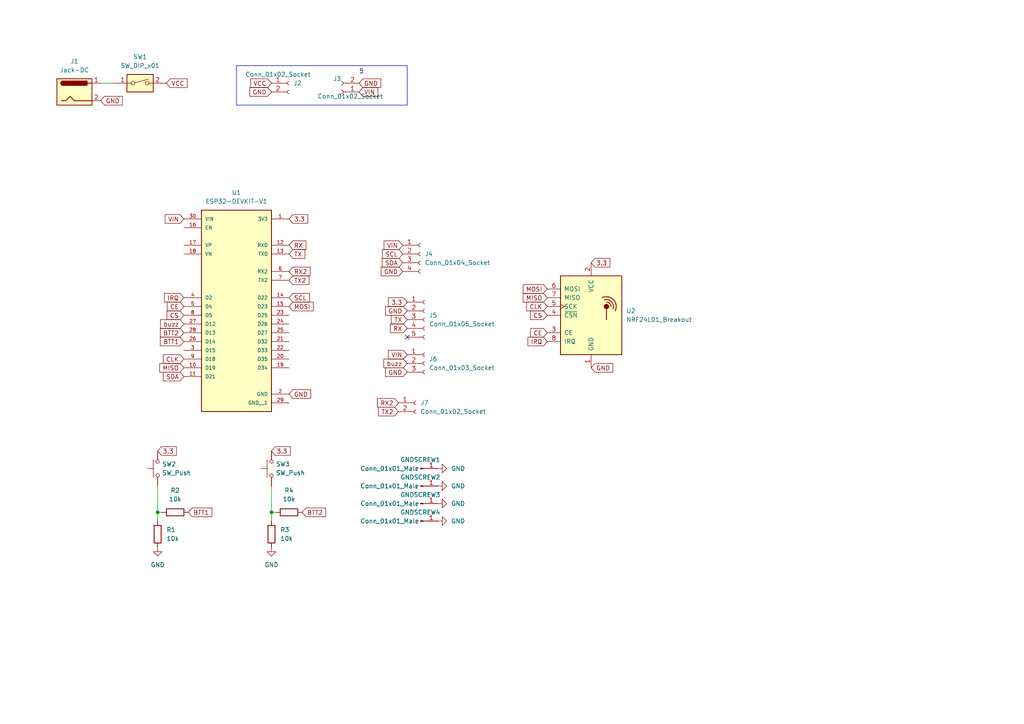
<source format=kicad_sch>
(kicad_sch (version 20230121) (generator eeschema)
  (paper "A4")
  (lib_symbols
    (symbol "Connector:Conn_01x01_Male" (pin_names (offset 1.016) hide)
      (property "Reference" "J" (at 0 2.54 0))
      (property "Value" "Conn_01x01_Male" (at 0 -2.54 0))
      (symbol "Conn_01x01_Male_1_1"
        (polyline (pts (xy 1.27 0) (xy 0.8636 0)) (stroke (width 0.1524)))
        (rectangle (start 0.8636 0.127) (end 0 -0.127) (stroke (width 0.1524)) (fill (type outline)))
        (pin passive line (at 5.08 0 180) (length 3.81) (name "Pin_1") (number "1"))
      )
    )
    (symbol "Connector:Conn_01x02_Socket" (pin_names (offset 1.016) hide)
      (property "Reference" "J" (at 0 2.54 0))
      (property "Value" "Conn_01x02_Socket" (at 0 -5.08 0))
      (symbol "Conn_01x02_Socket_1_1"
        (arc (start 0 -2.032) (mid -0.5058 -2.54) (end 0 -3.048) (stroke (width 0.1524)))
        (polyline (pts (xy -1.27 -2.54) (xy -0.508 -2.54)) (stroke (width 0.1524)))
        (polyline (pts (xy -1.27 0) (xy -0.508 0)) (stroke (width 0.1524)))
        (arc (start 0 0.508) (mid -0.5058 0) (end 0 -0.508) (stroke (width 0.1524)))
        (pin passive line (at -5.08 0 0) (length 3.81) (name "Pin_1") (number "1"))
        (pin passive line (at -5.08 -2.54 0) (length 3.81) (name "Pin_2") (number "2"))
      )
    )
    (symbol "Connector:Conn_01x03_Socket" (pin_names (offset 1.016) hide)
      (property "Reference" "J" (at 0 5.08 0))
      (property "Value" "Conn_01x03_Socket" (at 0 -5.08 0))
      (symbol "Conn_01x03_Socket_1_1"
        (arc (start 0 -2.032) (mid -0.5058 -2.54) (end 0 -3.048) (stroke (width 0.1524)))
        (polyline (pts (xy -1.27 -2.54) (xy -0.508 -2.54)) (stroke (width 0.1524)))
        (polyline (pts (xy -1.27 0) (xy -0.508 0)) (stroke (width 0.1524)))
        (polyline (pts (xy -1.27 2.54) (xy -0.508 2.54)) (stroke (width 0.1524)))
        (arc (start 0 0.508) (mid -0.5058 0) (end 0 -0.508) (stroke (width 0.1524)))
        (arc (start 0 3.048) (mid -0.5058 2.54) (end 0 2.032) (stroke (width 0.1524)))
        (pin passive line (at -5.08 2.54 0) (length 3.81) (name "Pin_1") (number "1"))
        (pin passive line (at -5.08 0 0) (length 3.81) (name "Pin_2") (number "2"))
        (pin passive line (at -5.08 -2.54 0) (length 3.81) (name "Pin_3") (number "3"))
      )
    )
    (symbol "Connector:Conn_01x04_Socket" (pin_names (offset 1.016) hide)
      (property "Reference" "J" (at 0 5.08 0))
      (property "Value" "Conn_01x04_Socket" (at 0 -7.62 0))
      (symbol "Conn_01x04_Socket_1_1"
        (arc (start 0 -4.572) (mid -0.5058 -5.08) (end 0 -5.588) (stroke (width 0.1524)))
        (arc (start 0 -2.032) (mid -0.5058 -2.54) (end 0 -3.048) (stroke (width 0.1524)))
        (polyline (pts (xy -1.27 -5.08) (xy -0.508 -5.08)) (stroke (width 0.1524)))
        (polyline (pts (xy -1.27 -2.54) (xy -0.508 -2.54)) (stroke (width 0.1524)))
        (polyline (pts (xy -1.27 0) (xy -0.508 0)) (stroke (width 0.1524)))
        (polyline (pts (xy -1.27 2.54) (xy -0.508 2.54)) (stroke (width 0.1524)))
        (arc (start 0 0.508) (mid -0.5058 0) (end 0 -0.508) (stroke (width 0.1524)))
        (arc (start 0 3.048) (mid -0.5058 2.54) (end 0 2.032) (stroke (width 0.1524)))
        (pin passive line (at -5.08 2.54 0) (length 3.81) (name "Pin_1") (number "1"))
        (pin passive line (at -5.08 0 0) (length 3.81) (name "Pin_2") (number "2"))
        (pin passive line (at -5.08 -2.54 0) (length 3.81) (name "Pin_3") (number "3"))
        (pin passive line (at -5.08 -5.08 0) (length 3.81) (name "Pin_4") (number "4"))
      )
    )
    (symbol "Connector:Conn_01x05_Socket" (pin_names (offset 1.016) hide)
      (property "Reference" "J" (at 0 7.62 0))
      (property "Value" "Conn_01x05_Socket" (at 0 -7.62 0))
      (symbol "Conn_01x05_Socket_1_1"
        (arc (start 0 -4.572) (mid -0.5058 -5.08) (end 0 -5.588) (stroke (width 0.1524)))
        (arc (start 0 -2.032) (mid -0.5058 -2.54) (end 0 -3.048) (stroke (width 0.1524)))
        (polyline (pts (xy -1.27 -5.08) (xy -0.508 -5.08)) (stroke (width 0.1524)))
        (polyline (pts (xy -1.27 -2.54) (xy -0.508 -2.54)) (stroke (width 0.1524)))
        (polyline (pts (xy -1.27 0) (xy -0.508 0)) (stroke (width 0.1524)))
        (polyline (pts (xy -1.27 2.54) (xy -0.508 2.54)) (stroke (width 0.1524)))
        (polyline (pts (xy -1.27 5.08) (xy -0.508 5.08)) (stroke (width 0.1524)))
        (arc (start 0 0.508) (mid -0.5058 0) (end 0 -0.508) (stroke (width 0.1524)))
        (arc (start 0 3.048) (mid -0.5058 2.54) (end 0 2.032) (stroke (width 0.1524)))
        (arc (start 0 5.588) (mid -0.5058 5.08) (end 0 4.572) (stroke (width 0.1524)))
        (pin passive line (at -5.08 5.08 0) (length 3.81) (name "Pin_1") (number "1"))
        (pin passive line (at -5.08 2.54 0) (length 3.81) (name "Pin_2") (number "2"))
        (pin passive line (at -5.08 0 0) (length 3.81) (name "Pin_3") (number "3"))
        (pin passive line (at -5.08 -2.54 0) (length 3.81) (name "Pin_4") (number "4"))
        (pin passive line (at -5.08 -5.08 0) (length 3.81) (name "Pin_5") (number "5"))
      )
    )
    (symbol "Connector:Jack-DC" (pin_names (offset 1.016))
      (property "Reference" "J" (at 0 5.334 0))
      (property "Value" "Jack-DC" (at 0 -5.08 0))
      (symbol "Jack-DC_0_1"
        (rectangle (start -5.08 3.81) (end 5.08 -3.81) (stroke (width 0.254)) (fill (type background)))
        (arc (start -3.302 3.175) (mid -3.9343 2.54) (end -3.302 1.905) (stroke (width 0.254)))
        (arc (start -3.302 3.175) (mid -3.9343 2.54) (end -3.302 1.905) (stroke (width 0.254)) (fill (type outline)))
        (polyline (pts (xy 5.08 2.54) (xy 3.81 2.54)) (stroke (width 0.254)))
        (polyline (pts (xy -3.81 -2.54) (xy -2.54 -2.54) (xy -1.27 -1.27) (xy 0 -2.54) (xy 2.54 -2.54) (xy 5.08 -2.54)) (stroke (width 0.254)))
        (rectangle (start 3.683 3.175) (end -3.302 1.905) (stroke (width 0.254)) (fill (type outline)))
      )
      (symbol "Jack-DC_1_1"
        (pin passive line (at 7.62 2.54 180) (length 2.54) (name "~") (number "1"))
        (pin passive line (at 7.62 -2.54 180) (length 2.54) (name "~") (number "2"))
      )
    )
    (symbol "Device:R" (pin_numbers hide) (pin_names (offset 0))
      (property "Reference" "R" (at 2.032 0 90))
      (property "Value" "R" (at 0 0 90))
      (symbol "R_0_1"
        (rectangle (start -1.016 -2.54) (end 1.016 2.54) (stroke (width 0.254)))
      )
      (symbol "R_1_1"
        (pin passive line (at 0 3.81 270) (length 1.27) (name "~") (number "1"))
        (pin passive line (at 0 -3.81 90) (length 1.27) (name "~") (number "2"))
      )
    )
    (symbol "ESP32-DEVKIT-V1:ESP32-DEVKIT-V1" (pin_names (offset 1.016))
      (property "Reference" "U" (at -10.16 30.48 0))
      (property "Value" "ESP32-DEVKIT-V1" (at -10.16 -33.02 0))
      (symbol "ESP32-DEVKIT-V1_0_0"
        (rectangle (start -10.16 -30.48) (end 10.16 27.94) (stroke (width 0.254)) (fill (type background)))
        (pin output line (at 15.24 25.4 180) (length 5.08) (name "3V3") (number "1"))
        (pin bidirectional line (at -15.24 -17.78 0) (length 5.08) (name "D19") (number "10"))
        (pin bidirectional line (at -15.24 -20.32 0) (length 5.08) (name "D21") (number "11"))
        (pin input line (at 15.24 17.78 180) (length 5.08) (name "RX0") (number "12"))
        (pin output line (at 15.24 15.24 180) (length 5.08) (name "TX0") (number "13"))
        (pin bidirectional line (at 15.24 2.54 180) (length 5.08) (name "D22") (number "14"))
        (pin bidirectional line (at 15.24 0 180) (length 5.08) (name "D23") (number "15"))
        (pin input line (at -15.24 22.86 0) (length 5.08) (name "EN") (number "16"))
        (pin bidirectional line (at -15.24 17.78 0) (length 5.08) (name "VP") (number "17"))
        (pin bidirectional line (at -15.24 15.24 0) (length 5.08) (name "VN") (number "18"))
        (pin bidirectional line (at 15.24 -17.78 180) (length 5.08) (name "D34") (number "19"))
        (pin power_in line (at 15.24 -25.4 180) (length 5.08) (name "GND") (number "2"))
        (pin bidirectional line (at 15.24 -15.24 180) (length 5.08) (name "D35") (number "20"))
        (pin bidirectional line (at 15.24 -10.16 180) (length 5.08) (name "D32") (number "21"))
        (pin bidirectional line (at 15.24 -12.7 180) (length 5.08) (name "D33") (number "22"))
        (pin bidirectional line (at 15.24 -2.54 180) (length 5.08) (name "D25") (number "23"))
        (pin bidirectional line (at 15.24 -5.08 180) (length 5.08) (name "D26") (number "24"))
        (pin bidirectional line (at 15.24 -7.62 180) (length 5.08) (name "D27") (number "25"))
        (pin bidirectional line (at -15.24 -10.16 0) (length 5.08) (name "D14") (number "26"))
        (pin bidirectional line (at -15.24 -5.08 0) (length 5.08) (name "D12") (number "27"))
        (pin bidirectional line (at -15.24 -7.62 0) (length 5.08) (name "D13") (number "28"))
        (pin power_in line (at 15.24 -27.94 180) (length 5.08) (name "GND__1") (number "29"))
        (pin bidirectional line (at -15.24 -12.7 0) (length 5.08) (name "D15") (number "3"))
        (pin input line (at -15.24 25.4 0) (length 5.08) (name "VIN") (number "30"))
        (pin bidirectional line (at -15.24 2.54 0) (length 5.08) (name "D2") (number "4"))
        (pin bidirectional line (at -15.24 0 0) (length 5.08) (name "D4") (number "5"))
        (pin input line (at 15.24 10.16 180) (length 5.08) (name "RX2") (number "6"))
        (pin output line (at 15.24 7.62 180) (length 5.08) (name "TX2") (number "7"))
        (pin bidirectional line (at -15.24 -2.54 0) (length 5.08) (name "D5") (number "8"))
        (pin bidirectional line (at -15.24 -15.24 0) (length 5.08) (name "D18") (number "9"))
      )
    )
    (symbol "RF:NRF24L01_Breakout" (pin_names (offset 1.016))
      (property "Reference" "U" (at -8.89 12.7 0))
      (property "Value" "NRF24L01_Breakout" (at 3.81 12.7 0))
      (symbol "NRF24L01_Breakout_0_1"
        (rectangle (start -8.89 11.43) (end 8.89 -11.43) (stroke (width 0.254)) (fill (type background)))
        (polyline (pts (xy 4.445 1.905) (xy 4.445 -1.27)) (stroke (width 0.254)))
        (circle (center 4.445 2.54) (radius 0.635) (stroke (width 0.254)) (fill (type outline)))
        (arc (start 5.715 2.54) (mid 5.3521 3.4546) (end 4.445 3.81) (stroke (width 0.254)))
        (arc (start 6.35 1.905) (mid 5.8763 3.9854) (end 3.81 4.445) (stroke (width 0.254)))
        (arc (start 6.985 1.27) (mid 6.453 4.548) (end 3.175 5.08) (stroke (width 0.254)))
      )
      (symbol "NRF24L01_Breakout_1_1"
        (pin power_in line (at 0 -15.24 90) (length 3.81) (name "GND") (number "1"))
        (pin power_in line (at 0 15.24 270) (length 3.81) (name "VCC") (number "2"))
        (pin input line (at -12.7 -5.08 0) (length 3.81) (name "CE") (number "3"))
        (pin input line (at -12.7 0 0) (length 3.81) (name "~{CSN}") (number "4"))
        (pin input clock (at -12.7 2.54 0) (length 3.81) (name "SCK") (number "5"))
        (pin input line (at -12.7 7.62 0) (length 3.81) (name "MOSI") (number "6"))
        (pin output line (at -12.7 5.08 0) (length 3.81) (name "MISO") (number "7"))
        (pin output line (at -12.7 -7.62 0) (length 3.81) (name "IRQ") (number "8"))
      )
    )
    (symbol "Switch:SW_DIP_x01" (pin_names (offset 0) hide)
      (property "Reference" "SW" (at 0 3.81 0))
      (property "Value" "SW_DIP_x01" (at 0 -3.81 0))
      (symbol "SW_DIP_x01_0_0"
        (circle (center -2.032 0) (radius 0.508))
        (polyline (pts (xy -1.524 0.127) (xy 2.3622 1.1684)))
        (circle (center 2.032 0) (radius 0.508))
      )
      (symbol "SW_DIP_x01_0_1"
        (rectangle (start -3.81 2.54) (end 3.81 -2.54) (stroke (width 0.254)) (fill (type background)))
      )
      (symbol "SW_DIP_x01_1_1"
        (pin passive line (at -7.62 0 0) (length 5.08) (name "~") (number "1"))
        (pin passive line (at 7.62 0 180) (length 5.08) (name "~") (number "2"))
      )
    )
    (symbol "Switch:SW_Push" (pin_numbers hide) (pin_names (offset 1.016) hide)
      (property "Reference" "SW" (at 1.27 2.54 0))
      (property "Value" "SW_Push" (at 0 -1.524 0))
      (symbol "SW_Push_0_1"
        (circle (center -2.032 0) (radius 0.508))
        (polyline (pts (xy 0 1.27) (xy 0 3.048)))
        (polyline (pts (xy 2.54 1.27) (xy -2.54 1.27)))
        (circle (center 2.032 0) (radius 0.508))
        (pin passive line (at -5.08 0 0) (length 2.54) (name "1") (number "1"))
        (pin passive line (at 5.08 0 180) (length 2.54) (name "2") (number "2"))
      )
    )
    (symbol "power:GND" (power) (pin_names (offset 0))
      (property "Value" "GND" (at 0 -3.81 0))
      (symbol "GND_0_1"
        (polyline (pts (xy 0 0) (xy 0 -1.27) (xy 1.27 -1.27) (xy 0 -2.54) (xy -1.27 -1.27) (xy 0 -1.27)))
      )
      (symbol "GND_1_1"
        (pin power_in line (at 0 0 270) (length 0) hide (name "GND") (number "1"))
      )
    )
  )
  (junction (at 78.74 148.59))
  (junction (at 45.72 148.59))
  (no_connect (at 118.11 97.79))
  (wire (pts (xy 29.21 24.13) (xy 33.02 24.13)))
  (wire (pts (xy 45.72 140.97) (xy 45.72 148.59)))
  (wire (pts (xy 45.72 148.59) (xy 45.72 151.13)))
  (wire (pts (xy 78.74 148.59) (xy 78.74 151.13)))
  (wire (pts (xy 46.99 148.59) (xy 45.72 148.59)))
  (wire (pts (xy 78.74 140.97) (xy 78.74 148.59)))
  (wire (pts (xy 80.01 148.59) (xy 78.74 148.59)))
  (rectangle (start 68.58 19.05) (end 118.11 30.48))
  (text "5" (at 104.14 21.59 0) (effects (font (size 1.27 1.27)) (justify left bottom)))
  (global_label "RX" (shape input) (at 83.82 71.12 0) (property "Intersheetrefs" "${INTERSHEET_REFS}" (effects hide)))
  (global_label "SCL" (shape input) (at 83.82 86.36 0) (property "Intersheetrefs" "${INTERSHEET_REFS}" (effects hide)))
  (global_label "GND" (shape input) (at 116.84 78.74 180) (property "Intersheetrefs" "${INTERSHEET_REFS}" (effects hide)))
  (global_label "IRQ" (shape input) (at 53.34 86.36 180) (property "Intersheetrefs" "${INTERSHEET_REFS}" (effects hide)))
  (global_label "BTT2" (shape input) (at 53.34 96.52 180) (property "Intersheetrefs" "${INTERSHEET_REFS}" (effects hide)))
  (global_label "CE" (shape input) (at 53.34 88.9 180) (property "Intersheetrefs" "${INTERSHEET_REFS}" (effects hide)))
  (global_label "buzz" (shape input) (at 53.34 93.98 180) (property "Intersheetrefs" "${INTERSHEET_REFS}" (effects hide)))
  (global_label "VCC" (shape input) (at 48.26 24.13 0) (property "Intersheetrefs" "${INTERSHEET_REFS}" (effects hide)))
  (global_label "MISO" (shape input) (at 53.34 106.68 180) (property "Intersheetrefs" "${INTERSHEET_REFS}" (effects hide)))
  (global_label "BTT1" (shape input) (at 54.61 148.59 0) (property "Intersheetrefs" "${INTERSHEET_REFS}" (effects hide)))
  (global_label "3.3" (shape input) (at 171.45 76.2 0) (property "Intersheetrefs" "${INTERSHEET_REFS}" (effects hide)))
  (global_label "CE" (shape input) (at 158.75 96.52 180) (property "Intersheetrefs" "${INTERSHEET_REFS}" (effects hide)))
  (global_label "TX" (shape input) (at 83.82 73.66 0) (property "Intersheetrefs" "${INTERSHEET_REFS}" (effects hide)))
  (global_label "RX" (shape input) (at 118.11 95.25 180) (property "Intersheetrefs" "${INTERSHEET_REFS}" (effects hide)))
  (global_label "VIN" (shape input) (at 53.34 63.5 180) (property "Intersheetrefs" "${INTERSHEET_REFS}" (effects hide)))
  (global_label "SCL" (shape input) (at 116.84 73.66 180) (property "Intersheetrefs" "${INTERSHEET_REFS}" (effects hide)))
  (global_label "SDA" (shape input) (at 53.34 109.22 180) (property "Intersheetrefs" "${INTERSHEET_REFS}" (effects hide)))
  (global_label "buzz" (shape input) (at 118.11 105.41 180) (property "Intersheetrefs" "${INTERSHEET_REFS}" (effects hide)))
  (global_label "GND" (shape input) (at 83.82 114.3 0) (property "Intersheetrefs" "${INTERSHEET_REFS}" (effects hide)))
  (global_label "CS" (shape input) (at 158.75 91.44 180) (property "Intersheetrefs" "${INTERSHEET_REFS}" (effects hide)))
  (global_label "GND" (shape input) (at 171.45 106.68 0) (property "Intersheetrefs" "${INTERSHEET_REFS}" (effects hide)))
  (global_label "SDA" (shape input) (at 116.84 76.2 180) (property "Intersheetrefs" "${INTERSHEET_REFS}" (effects hide)))
  (global_label "GND" (shape input) (at 118.11 107.95 180) (property "Intersheetrefs" "${INTERSHEET_REFS}" (effects hide)))
  (global_label "BTT2" (shape input) (at 87.63 148.59 0) (property "Intersheetrefs" "${INTERSHEET_REFS}" (effects hide)))
  (global_label "GND" (shape input) (at 104.14 24.13 0) (property "Intersheetrefs" "${INTERSHEET_REFS}" (effects hide)))
  (global_label "3.3" (shape input) (at 83.82 63.5 0) (property "Intersheetrefs" "${INTERSHEET_REFS}" (effects hide)))
  (global_label "3.3" (shape input) (at 78.74 130.81 0) (property "Intersheetrefs" "${INTERSHEET_REFS}" (effects hide)))
  (global_label "TX2" (shape input) (at 83.82 81.28 0) (property "Intersheetrefs" "${INTERSHEET_REFS}" (effects hide)))
  (global_label "VCC" (shape input) (at 78.74 24.13 180) (property "Intersheetrefs" "${INTERSHEET_REFS}" (effects hide)))
  (global_label "CLK" (shape input) (at 158.75 88.9 180) (property "Intersheetrefs" "${INTERSHEET_REFS}" (effects hide)))
  (global_label "3.3" (shape input) (at 45.72 130.81 0) (property "Intersheetrefs" "${INTERSHEET_REFS}" (effects hide)))
  (global_label "MOSI" (shape input) (at 158.75 83.82 180) (property "Intersheetrefs" "${INTERSHEET_REFS}" (effects hide)))
  (global_label "MOSI" (shape input) (at 83.82 88.9 0) (property "Intersheetrefs" "${INTERSHEET_REFS}" (effects hide)))
  (global_label "CS" (shape input) (at 53.34 91.44 180) (property "Intersheetrefs" "${INTERSHEET_REFS}" (effects hide)))
  (global_label "3.3" (shape input) (at 118.11 87.63 180) (property "Intersheetrefs" "${INTERSHEET_REFS}" (effects hide)))
  (global_label "VIN" (shape input) (at 118.11 102.87 180) (property "Intersheetrefs" "${INTERSHEET_REFS}" (effects hide)))
  (global_label "MISO" (shape input) (at 158.75 86.36 180) (property "Intersheetrefs" "${INTERSHEET_REFS}" (effects hide)))
  (global_label "BTT1" (shape input) (at 53.34 99.06 180) (property "Intersheetrefs" "${INTERSHEET_REFS}" (effects hide)))
  (global_label "GND" (shape input) (at 118.11 90.17 180) (property "Intersheetrefs" "${INTERSHEET_REFS}" (effects hide)))
  (global_label "GND" (shape input) (at 29.21 29.21 0) (property "Intersheetrefs" "${INTERSHEET_REFS}" (effects hide)))
  (global_label "GND" (shape input) (at 78.74 26.67 180) (property "Intersheetrefs" "${INTERSHEET_REFS}" (effects hide)))
  (global_label "CLK" (shape input) (at 53.34 104.14 180) (property "Intersheetrefs" "${INTERSHEET_REFS}" (effects hide)))
  (global_label "VIN" (shape input) (at 116.84 71.12 180) (property "Intersheetrefs" "${INTERSHEET_REFS}" (effects hide)))
  (global_label "VIN" (shape input) (at 104.14 26.67 0) (property "Intersheetrefs" "${INTERSHEET_REFS}" (effects hide)))
  (global_label "TX2" (shape input) (at 115.57 119.38 180) (property "Intersheetrefs" "${INTERSHEET_REFS}" (effects hide)))
  (global_label "TX" (shape input) (at 118.11 92.71 180) (property "Intersheetrefs" "${INTERSHEET_REFS}" (effects hide)))
  (global_label "RX2" (shape input) (at 115.57 116.84 180) (property "Intersheetrefs" "${INTERSHEET_REFS}" (effects hide)))
  (global_label "RX2" (shape input) (at 83.82 78.74 0) (property "Intersheetrefs" "${INTERSHEET_REFS}" (effects hide)))
  (global_label "IRQ" (shape input) (at 158.75 99.06 180) (property "Intersheetrefs" "${INTERSHEET_REFS}" (effects hide)))
  (symbol (lib_id "Switch:SW_Push") (at 45.72 135.89 90) (unit 1)
    (property "Reference" "SW2" (at 46.99 134.62 90) (effects (justify right)))
    (property "Value" "SW_Push" (at 46.99 137.16 90) (effects (justify right)))
    (property "Footprint" "Button_Switch_THT:SW_PUSH_6mm_H5mm" (effects hide))
  )
  (symbol (lib_id "Device:R") (at 83.82 148.59 90) (unit 1)
    (property "Reference" "R4" (at 83.82 142.24 90))
    (property "Value" "10k" (at 83.82 144.78 90))
    (property "Footprint" "Resistor_THT:R_Axial_DIN0204_L3.6mm_D1.6mm_P7.62mm_Horizontal" (effects hide))
  )
  (symbol (lib_id "Device:R") (at 78.74 154.94 0) (unit 1)
    (property "Reference" "R3" (at 81.28 153.67 0) (effects (justify left)))
    (property "Value" "10k" (at 81.28 156.21 0) (effects (justify left)))
    (property "Footprint" "Resistor_THT:R_Axial_DIN0204_L3.6mm_D1.6mm_P7.62mm_Horizontal" (effects hide))
  )
  (symbol (lib_id "power:GND") (at 127 151.13 90) (unit 1)
    (property "Reference" "#PWR06" (effects hide))
    (property "Value" "GND" (at 130.81 151.13 90) (effects (justify right)))
  )
  (symbol (lib_id "ESP32-DEVKIT-V1:ESP32-DEVKIT-V1") (at 68.58 88.9 0) (unit 1)
    (property "Reference" "U1" (at 68.58 55.88 0))
    (property "Value" "ESP32-DEVKIT-V1" (at 68.58 58.42 0))
    (property "Footprint" "SnapEDA Library:MODULE_ESP32_DEVKIT_V1" (effects hide))
    (property "PARTREV" "N/A" (effects hide))
    (property "STANDARD" "Manufacturer Recommendations" (effects hide))
    (property "MAXIMUM_PACKAGE_HEIGHT" "6.8 mm" (effects hide))
    (property "MANUFACTURER" "DOIT" (effects hide))
  )
  (symbol (lib_id "Device:R") (at 50.8 148.59 90) (unit 1)
    (property "Reference" "R2" (at 50.8 142.24 90))
    (property "Value" "10k" (at 50.8 144.78 90))
    (property "Footprint" "Resistor_THT:R_Axial_DIN0204_L3.6mm_D1.6mm_P7.62mm_Horizontal" (effects hide))
  )
  (symbol (lib_id "Connector:Jack-DC") (at 21.59 26.67 0) (unit 1)
    (property "Reference" "J1" (at 21.59 17.78 0))
    (property "Value" "Jack-DC" (at 21.59 20.32 0))
    (property "Footprint" "Connector_BarrelJack:BarrelJack_GCT_DCJ200-10-A_Horizontal" (effects hide))
  )
  (symbol (lib_id "Connector:Conn_01x01_Male") (at 121.92 146.05 0) (unit 1)
    (property "Reference" "GNDSCREW3" (at 121.92 143.51 0))
    (property "Value" "Conn_01x01_Male" (at 113.03 146.05 0))
    (property "Footprint" "MountingHole:MountingHole_2.2mm_M2_Pad_Via" (effects hide))
  )
  (symbol (lib_id "Connector:Conn_01x02_Socket") (at 83.82 24.13 0) (unit 1)
    (property "Reference" "J2" (at 85.09 24.13 0) (effects (justify left)))
    (property "Value" "Conn_01x02_Socket" (at 71.12 21.59 0) (effects (justify left)))
    (property "Footprint" "Connector_PinSocket_2.54mm:PinSocket_1x02_P2.54mm_Vertical" (effects hide))
  )
  (symbol (lib_id "Connector:Conn_01x02_Socket") (at 99.06 26.67 180) (unit 1)
    (property "Reference" "J3" (at 97.79 22.86 0))
    (property "Value" "Conn_01x02_Socket" (at 101.6 27.94 0))
    (property "Footprint" "Connector_PinSocket_2.54mm:PinSocket_1x02_P2.54mm_Vertical" (effects hide))
  )
  (symbol (lib_id "Connector:Conn_01x01_Male") (at 121.92 151.13 0) (unit 1)
    (property "Reference" "GNDSCREW4" (at 121.92 148.59 0))
    (property "Value" "Conn_01x01_Male" (at 113.03 151.13 0))
    (property "Footprint" "MountingHole:MountingHole_2.2mm_M2_Pad_Via" (effects hide))
  )
  (symbol (lib_id "Connector:Conn_01x04_Socket") (at 121.92 73.66 0) (unit 1)
    (property "Reference" "J4" (at 123.19 73.66 0) (effects (justify left)))
    (property "Value" "Conn_01x04_Socket" (at 123.19 76.2 0) (effects (justify left)))
    (property "Footprint" "Connector_PinSocket_2.54mm:PinSocket_1x04_P2.54mm_Vertical" (effects hide))
  )
  (symbol (lib_id "Connector:Conn_01x05_Socket") (at 123.19 92.71 0) (unit 1)
    (property "Reference" "J5" (at 124.46 91.44 0) (effects (justify left)))
    (property "Value" "Conn_01x05_Socket" (at 124.46 93.98 0) (effects (justify left)))
    (property "Footprint" "Connector_PinSocket_2.54mm:PinSocket_1x05_P2.54mm_Vertical" (effects hide))
  )
  (symbol (lib_id "Device:R") (at 45.72 154.94 0) (unit 1)
    (property "Reference" "R1" (at 48.26 153.67 0) (effects (justify left)))
    (property "Value" "10k" (at 48.26 156.21 0) (effects (justify left)))
    (property "Footprint" "Resistor_THT:R_Axial_DIN0204_L3.6mm_D1.6mm_P7.62mm_Horizontal" (effects hide))
  )
  (symbol (lib_id "Switch:SW_Push") (at 78.74 135.89 90) (unit 1)
    (property "Reference" "SW3" (at 80.01 134.62 90) (effects (justify right)))
    (property "Value" "SW_Push" (at 80.01 137.16 90) (effects (justify right)))
    (property "Footprint" "Button_Switch_THT:SW_PUSH_6mm_H5mm" (effects hide))
  )
  (symbol (lib_id "power:GND") (at 78.74 158.75 0) (unit 1)
    (property "Reference" "#PWR02" (effects hide))
    (property "Value" "GND" (at 78.74 163.83 0))
  )
  (symbol (lib_id "Switch:SW_DIP_x01") (at 40.64 24.13 0) (unit 1)
    (property "Reference" "SW1" (at 40.64 16.51 0))
    (property "Value" "SW_DIP_x01" (at 40.64 19.05 0))
    (property "Footprint" "Connector_PinHeader_2.54mm:PinHeader_1x02_P2.54mm_Vertical" (effects hide))
  )
  (symbol (lib_id "Connector:Conn_01x01_Male") (at 121.92 140.97 0) (unit 1)
    (property "Reference" "GNDSCREW2" (at 121.92 138.43 0))
    (property "Value" "Conn_01x01_Male" (at 113.03 140.97 0))
    (property "Footprint" "MountingHole:MountingHole_2.2mm_M2_Pad_Via" (effects hide))
  )
  (symbol (lib_id "power:GND") (at 45.72 158.75 0) (unit 1)
    (property "Reference" "#PWR01" (effects hide))
    (property "Value" "GND" (at 45.72 163.83 0))
  )
  (symbol (lib_id "power:GND") (at 127 146.05 90) (unit 1)
    (property "Reference" "#PWR05" (effects hide))
    (property "Value" "GND" (at 130.81 146.05 90) (effects (justify right)))
  )
  (symbol (lib_id "Connector:Conn_01x03_Socket") (at 123.19 105.41 0) (unit 1)
    (property "Reference" "J6" (at 124.46 104.14 0) (effects (justify left)))
    (property "Value" "Conn_01x03_Socket" (at 124.46 106.68 0) (effects (justify left)))
    (property "Footprint" "Connector_PinSocket_2.54mm:PinSocket_1x03_P2.54mm_Vertical" (effects hide))
  )
  (symbol (lib_id "power:GND") (at 127 135.89 90) (unit 1)
    (property "Reference" "#PWR03" (effects hide))
    (property "Value" "GND" (at 130.81 135.89 90) (effects (justify right)))
  )
  (symbol (lib_id "power:GND") (at 127 140.97 90) (unit 1)
    (property "Reference" "#PWR04" (effects hide))
    (property "Value" "GND" (at 130.81 140.97 90) (effects (justify right)))
  )
  (symbol (lib_id "Connector:Conn_01x01_Male") (at 121.92 135.89 0) (unit 1)
    (property "Reference" "GNDSCREW1" (at 121.92 133.35 0))
    (property "Value" "Conn_01x01_Male" (at 113.03 135.89 0))
    (property "Footprint" "MountingHole:MountingHole_2.2mm_M2_Pad_Via" (effects hide))
  )
  (symbol (lib_id "RF:NRF24L01_Breakout") (at 171.45 91.44 0) (unit 1)
    (property "Reference" "U2" (at 181.61 90.17 0) (effects (justify left)))
    (property "Value" "NRF24L01_Breakout" (at 181.61 92.71 0) (effects (justify left)))
    (property "Footprint" "RF_Module:nRF24L01_Breakout" (effects hide))
    (property "Datasheet" "http://www.nordicsemi.com/eng/content/download/2730/34105/file/nRF24L01_Product_Specification_v2_0.pdf" (effects hide))
  )
  (symbol (lib_id "Connector:Conn_01x02_Socket") (at 120.65 116.84 0) (unit 1)
    (property "Reference" "J7" (at 121.92 116.84 0) (effects (justify left)))
    (property "Value" "Conn_01x02_Socket" (at 121.92 119.38 0) (effects (justify left)))
    (property "Footprint" "Connector_PinSocket_2.54mm:PinSocket_1x02_P2.54mm_Vertical" (effects hide))
  )
)
</source>
